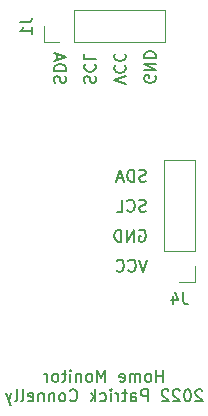
<source format=gbo>
G04 #@! TF.GenerationSoftware,KiCad,Pcbnew,5.1.12-1.fc33*
G04 #@! TF.CreationDate,2022-08-09T09:44:03-04:00*
G04 #@! TF.ProjectId,ha_monitor,68615f6d-6f6e-4697-946f-722e6b696361,rev?*
G04 #@! TF.SameCoordinates,Original*
G04 #@! TF.FileFunction,Legend,Bot*
G04 #@! TF.FilePolarity,Positive*
%FSLAX46Y46*%
G04 Gerber Fmt 4.6, Leading zero omitted, Abs format (unit mm)*
G04 Created by KiCad (PCBNEW 5.1.12-1.fc33) date 2022-08-09 09:44:03*
%MOMM*%
%LPD*%
G01*
G04 APERTURE LIST*
%ADD10C,0.150000*%
%ADD11C,0.120000*%
G04 APERTURE END LIST*
D10*
X67206190Y-70747380D02*
X67206190Y-69747380D01*
X67206190Y-70223571D02*
X66634761Y-70223571D01*
X66634761Y-70747380D02*
X66634761Y-69747380D01*
X66015714Y-70747380D02*
X66110952Y-70699761D01*
X66158571Y-70652142D01*
X66206190Y-70556904D01*
X66206190Y-70271190D01*
X66158571Y-70175952D01*
X66110952Y-70128333D01*
X66015714Y-70080714D01*
X65872857Y-70080714D01*
X65777619Y-70128333D01*
X65730000Y-70175952D01*
X65682380Y-70271190D01*
X65682380Y-70556904D01*
X65730000Y-70652142D01*
X65777619Y-70699761D01*
X65872857Y-70747380D01*
X66015714Y-70747380D01*
X65253809Y-70747380D02*
X65253809Y-70080714D01*
X65253809Y-70175952D02*
X65206190Y-70128333D01*
X65110952Y-70080714D01*
X64968095Y-70080714D01*
X64872857Y-70128333D01*
X64825238Y-70223571D01*
X64825238Y-70747380D01*
X64825238Y-70223571D02*
X64777619Y-70128333D01*
X64682380Y-70080714D01*
X64539523Y-70080714D01*
X64444285Y-70128333D01*
X64396666Y-70223571D01*
X64396666Y-70747380D01*
X63539523Y-70699761D02*
X63634761Y-70747380D01*
X63825238Y-70747380D01*
X63920476Y-70699761D01*
X63968095Y-70604523D01*
X63968095Y-70223571D01*
X63920476Y-70128333D01*
X63825238Y-70080714D01*
X63634761Y-70080714D01*
X63539523Y-70128333D01*
X63491904Y-70223571D01*
X63491904Y-70318809D01*
X63968095Y-70414047D01*
X62301428Y-70747380D02*
X62301428Y-69747380D01*
X61968095Y-70461666D01*
X61634761Y-69747380D01*
X61634761Y-70747380D01*
X61015714Y-70747380D02*
X61110952Y-70699761D01*
X61158571Y-70652142D01*
X61206190Y-70556904D01*
X61206190Y-70271190D01*
X61158571Y-70175952D01*
X61110952Y-70128333D01*
X61015714Y-70080714D01*
X60872857Y-70080714D01*
X60777619Y-70128333D01*
X60730000Y-70175952D01*
X60682380Y-70271190D01*
X60682380Y-70556904D01*
X60730000Y-70652142D01*
X60777619Y-70699761D01*
X60872857Y-70747380D01*
X61015714Y-70747380D01*
X60253809Y-70080714D02*
X60253809Y-70747380D01*
X60253809Y-70175952D02*
X60206190Y-70128333D01*
X60110952Y-70080714D01*
X59968095Y-70080714D01*
X59872857Y-70128333D01*
X59825238Y-70223571D01*
X59825238Y-70747380D01*
X59349047Y-70747380D02*
X59349047Y-70080714D01*
X59349047Y-69747380D02*
X59396666Y-69795000D01*
X59349047Y-69842619D01*
X59301428Y-69795000D01*
X59349047Y-69747380D01*
X59349047Y-69842619D01*
X59015714Y-70080714D02*
X58634761Y-70080714D01*
X58872857Y-69747380D02*
X58872857Y-70604523D01*
X58825238Y-70699761D01*
X58730000Y-70747380D01*
X58634761Y-70747380D01*
X58158571Y-70747380D02*
X58253809Y-70699761D01*
X58301428Y-70652142D01*
X58349047Y-70556904D01*
X58349047Y-70271190D01*
X58301428Y-70175952D01*
X58253809Y-70128333D01*
X58158571Y-70080714D01*
X58015714Y-70080714D01*
X57920476Y-70128333D01*
X57872857Y-70175952D01*
X57825238Y-70271190D01*
X57825238Y-70556904D01*
X57872857Y-70652142D01*
X57920476Y-70699761D01*
X58015714Y-70747380D01*
X58158571Y-70747380D01*
X57396666Y-70747380D02*
X57396666Y-70080714D01*
X57396666Y-70271190D02*
X57349047Y-70175952D01*
X57301428Y-70128333D01*
X57206190Y-70080714D01*
X57110952Y-70080714D01*
X70515714Y-71492619D02*
X70468095Y-71445000D01*
X70372857Y-71397380D01*
X70134761Y-71397380D01*
X70039523Y-71445000D01*
X69991904Y-71492619D01*
X69944285Y-71587857D01*
X69944285Y-71683095D01*
X69991904Y-71825952D01*
X70563333Y-72397380D01*
X69944285Y-72397380D01*
X69325238Y-71397380D02*
X69230000Y-71397380D01*
X69134761Y-71445000D01*
X69087142Y-71492619D01*
X69039523Y-71587857D01*
X68991904Y-71778333D01*
X68991904Y-72016428D01*
X69039523Y-72206904D01*
X69087142Y-72302142D01*
X69134761Y-72349761D01*
X69230000Y-72397380D01*
X69325238Y-72397380D01*
X69420476Y-72349761D01*
X69468095Y-72302142D01*
X69515714Y-72206904D01*
X69563333Y-72016428D01*
X69563333Y-71778333D01*
X69515714Y-71587857D01*
X69468095Y-71492619D01*
X69420476Y-71445000D01*
X69325238Y-71397380D01*
X68610952Y-71492619D02*
X68563333Y-71445000D01*
X68468095Y-71397380D01*
X68230000Y-71397380D01*
X68134761Y-71445000D01*
X68087142Y-71492619D01*
X68039523Y-71587857D01*
X68039523Y-71683095D01*
X68087142Y-71825952D01*
X68658571Y-72397380D01*
X68039523Y-72397380D01*
X67658571Y-71492619D02*
X67610952Y-71445000D01*
X67515714Y-71397380D01*
X67277619Y-71397380D01*
X67182380Y-71445000D01*
X67134761Y-71492619D01*
X67087142Y-71587857D01*
X67087142Y-71683095D01*
X67134761Y-71825952D01*
X67706190Y-72397380D01*
X67087142Y-72397380D01*
X65896666Y-72397380D02*
X65896666Y-71397380D01*
X65515714Y-71397380D01*
X65420476Y-71445000D01*
X65372857Y-71492619D01*
X65325238Y-71587857D01*
X65325238Y-71730714D01*
X65372857Y-71825952D01*
X65420476Y-71873571D01*
X65515714Y-71921190D01*
X65896666Y-71921190D01*
X64468095Y-72397380D02*
X64468095Y-71873571D01*
X64515714Y-71778333D01*
X64610952Y-71730714D01*
X64801428Y-71730714D01*
X64896666Y-71778333D01*
X64468095Y-72349761D02*
X64563333Y-72397380D01*
X64801428Y-72397380D01*
X64896666Y-72349761D01*
X64944285Y-72254523D01*
X64944285Y-72159285D01*
X64896666Y-72064047D01*
X64801428Y-72016428D01*
X64563333Y-72016428D01*
X64468095Y-71968809D01*
X64134761Y-71730714D02*
X63753809Y-71730714D01*
X63991904Y-71397380D02*
X63991904Y-72254523D01*
X63944285Y-72349761D01*
X63849047Y-72397380D01*
X63753809Y-72397380D01*
X63420476Y-72397380D02*
X63420476Y-71730714D01*
X63420476Y-71921190D02*
X63372857Y-71825952D01*
X63325238Y-71778333D01*
X63230000Y-71730714D01*
X63134761Y-71730714D01*
X62801428Y-72397380D02*
X62801428Y-71730714D01*
X62801428Y-71397380D02*
X62849047Y-71445000D01*
X62801428Y-71492619D01*
X62753809Y-71445000D01*
X62801428Y-71397380D01*
X62801428Y-71492619D01*
X61896666Y-72349761D02*
X61991904Y-72397380D01*
X62182380Y-72397380D01*
X62277619Y-72349761D01*
X62325238Y-72302142D01*
X62372857Y-72206904D01*
X62372857Y-71921190D01*
X62325238Y-71825952D01*
X62277619Y-71778333D01*
X62182380Y-71730714D01*
X61991904Y-71730714D01*
X61896666Y-71778333D01*
X61468095Y-72397380D02*
X61468095Y-71397380D01*
X61372857Y-72016428D02*
X61087142Y-72397380D01*
X61087142Y-71730714D02*
X61468095Y-72111666D01*
X59325238Y-72302142D02*
X59372857Y-72349761D01*
X59515714Y-72397380D01*
X59610952Y-72397380D01*
X59753809Y-72349761D01*
X59849047Y-72254523D01*
X59896666Y-72159285D01*
X59944285Y-71968809D01*
X59944285Y-71825952D01*
X59896666Y-71635476D01*
X59849047Y-71540238D01*
X59753809Y-71445000D01*
X59610952Y-71397380D01*
X59515714Y-71397380D01*
X59372857Y-71445000D01*
X59325238Y-71492619D01*
X58753809Y-72397380D02*
X58849047Y-72349761D01*
X58896666Y-72302142D01*
X58944285Y-72206904D01*
X58944285Y-71921190D01*
X58896666Y-71825952D01*
X58849047Y-71778333D01*
X58753809Y-71730714D01*
X58610952Y-71730714D01*
X58515714Y-71778333D01*
X58468095Y-71825952D01*
X58420476Y-71921190D01*
X58420476Y-72206904D01*
X58468095Y-72302142D01*
X58515714Y-72349761D01*
X58610952Y-72397380D01*
X58753809Y-72397380D01*
X57991904Y-71730714D02*
X57991904Y-72397380D01*
X57991904Y-71825952D02*
X57944285Y-71778333D01*
X57849047Y-71730714D01*
X57706190Y-71730714D01*
X57610952Y-71778333D01*
X57563333Y-71873571D01*
X57563333Y-72397380D01*
X57087142Y-71730714D02*
X57087142Y-72397380D01*
X57087142Y-71825952D02*
X57039523Y-71778333D01*
X56944285Y-71730714D01*
X56801428Y-71730714D01*
X56706190Y-71778333D01*
X56658571Y-71873571D01*
X56658571Y-72397380D01*
X55801428Y-72349761D02*
X55896666Y-72397380D01*
X56087142Y-72397380D01*
X56182380Y-72349761D01*
X56230000Y-72254523D01*
X56230000Y-71873571D01*
X56182380Y-71778333D01*
X56087142Y-71730714D01*
X55896666Y-71730714D01*
X55801428Y-71778333D01*
X55753809Y-71873571D01*
X55753809Y-71968809D01*
X56230000Y-72064047D01*
X55182380Y-72397380D02*
X55277619Y-72349761D01*
X55325238Y-72254523D01*
X55325238Y-71397380D01*
X54658571Y-72397380D02*
X54753809Y-72349761D01*
X54801428Y-72254523D01*
X54801428Y-71397380D01*
X54372857Y-71730714D02*
X54134761Y-72397380D01*
X53896666Y-71730714D02*
X54134761Y-72397380D01*
X54230000Y-72635476D01*
X54277619Y-72683095D01*
X54372857Y-72730714D01*
X65847261Y-60412380D02*
X65513928Y-61412380D01*
X65180595Y-60412380D01*
X64275833Y-61317142D02*
X64323452Y-61364761D01*
X64466309Y-61412380D01*
X64561547Y-61412380D01*
X64704404Y-61364761D01*
X64799642Y-61269523D01*
X64847261Y-61174285D01*
X64894880Y-60983809D01*
X64894880Y-60840952D01*
X64847261Y-60650476D01*
X64799642Y-60555238D01*
X64704404Y-60460000D01*
X64561547Y-60412380D01*
X64466309Y-60412380D01*
X64323452Y-60460000D01*
X64275833Y-60507619D01*
X63275833Y-61317142D02*
X63323452Y-61364761D01*
X63466309Y-61412380D01*
X63561547Y-61412380D01*
X63704404Y-61364761D01*
X63799642Y-61269523D01*
X63847261Y-61174285D01*
X63894880Y-60983809D01*
X63894880Y-60840952D01*
X63847261Y-60650476D01*
X63799642Y-60555238D01*
X63704404Y-60460000D01*
X63561547Y-60412380D01*
X63466309Y-60412380D01*
X63323452Y-60460000D01*
X63275833Y-60507619D01*
X65180595Y-57920000D02*
X65275833Y-57872380D01*
X65418690Y-57872380D01*
X65561547Y-57920000D01*
X65656785Y-58015238D01*
X65704404Y-58110476D01*
X65752023Y-58300952D01*
X65752023Y-58443809D01*
X65704404Y-58634285D01*
X65656785Y-58729523D01*
X65561547Y-58824761D01*
X65418690Y-58872380D01*
X65323452Y-58872380D01*
X65180595Y-58824761D01*
X65132976Y-58777142D01*
X65132976Y-58443809D01*
X65323452Y-58443809D01*
X64704404Y-58872380D02*
X64704404Y-57872380D01*
X64132976Y-58872380D01*
X64132976Y-57872380D01*
X63656785Y-58872380D02*
X63656785Y-57872380D01*
X63418690Y-57872380D01*
X63275833Y-57920000D01*
X63180595Y-58015238D01*
X63132976Y-58110476D01*
X63085357Y-58300952D01*
X63085357Y-58443809D01*
X63132976Y-58634285D01*
X63180595Y-58729523D01*
X63275833Y-58824761D01*
X63418690Y-58872380D01*
X63656785Y-58872380D01*
X65752023Y-56284761D02*
X65609166Y-56332380D01*
X65371071Y-56332380D01*
X65275833Y-56284761D01*
X65228214Y-56237142D01*
X65180595Y-56141904D01*
X65180595Y-56046666D01*
X65228214Y-55951428D01*
X65275833Y-55903809D01*
X65371071Y-55856190D01*
X65561547Y-55808571D01*
X65656785Y-55760952D01*
X65704404Y-55713333D01*
X65752023Y-55618095D01*
X65752023Y-55522857D01*
X65704404Y-55427619D01*
X65656785Y-55380000D01*
X65561547Y-55332380D01*
X65323452Y-55332380D01*
X65180595Y-55380000D01*
X64180595Y-56237142D02*
X64228214Y-56284761D01*
X64371071Y-56332380D01*
X64466309Y-56332380D01*
X64609166Y-56284761D01*
X64704404Y-56189523D01*
X64752023Y-56094285D01*
X64799642Y-55903809D01*
X64799642Y-55760952D01*
X64752023Y-55570476D01*
X64704404Y-55475238D01*
X64609166Y-55380000D01*
X64466309Y-55332380D01*
X64371071Y-55332380D01*
X64228214Y-55380000D01*
X64180595Y-55427619D01*
X63275833Y-56332380D02*
X63752023Y-56332380D01*
X63752023Y-55332380D01*
X65752023Y-53744761D02*
X65609166Y-53792380D01*
X65371071Y-53792380D01*
X65275833Y-53744761D01*
X65228214Y-53697142D01*
X65180595Y-53601904D01*
X65180595Y-53506666D01*
X65228214Y-53411428D01*
X65275833Y-53363809D01*
X65371071Y-53316190D01*
X65561547Y-53268571D01*
X65656785Y-53220952D01*
X65704404Y-53173333D01*
X65752023Y-53078095D01*
X65752023Y-52982857D01*
X65704404Y-52887619D01*
X65656785Y-52840000D01*
X65561547Y-52792380D01*
X65323452Y-52792380D01*
X65180595Y-52840000D01*
X64752023Y-53792380D02*
X64752023Y-52792380D01*
X64513928Y-52792380D01*
X64371071Y-52840000D01*
X64275833Y-52935238D01*
X64228214Y-53030476D01*
X64180595Y-53220952D01*
X64180595Y-53363809D01*
X64228214Y-53554285D01*
X64275833Y-53649523D01*
X64371071Y-53744761D01*
X64513928Y-53792380D01*
X64752023Y-53792380D01*
X63799642Y-53506666D02*
X63323452Y-53506666D01*
X63894880Y-53792380D02*
X63561547Y-52792380D01*
X63228214Y-53792380D01*
X66540000Y-44860595D02*
X66587619Y-44955833D01*
X66587619Y-45098690D01*
X66540000Y-45241547D01*
X66444761Y-45336785D01*
X66349523Y-45384404D01*
X66159047Y-45432023D01*
X66016190Y-45432023D01*
X65825714Y-45384404D01*
X65730476Y-45336785D01*
X65635238Y-45241547D01*
X65587619Y-45098690D01*
X65587619Y-45003452D01*
X65635238Y-44860595D01*
X65682857Y-44812976D01*
X66016190Y-44812976D01*
X66016190Y-45003452D01*
X65587619Y-44384404D02*
X66587619Y-44384404D01*
X65587619Y-43812976D01*
X66587619Y-43812976D01*
X65587619Y-43336785D02*
X66587619Y-43336785D01*
X66587619Y-43098690D01*
X66540000Y-42955833D01*
X66444761Y-42860595D01*
X66349523Y-42812976D01*
X66159047Y-42765357D01*
X66016190Y-42765357D01*
X65825714Y-42812976D01*
X65730476Y-42860595D01*
X65635238Y-42955833D01*
X65587619Y-43098690D01*
X65587619Y-43336785D01*
X64047619Y-45527261D02*
X63047619Y-45193928D01*
X64047619Y-44860595D01*
X63142857Y-43955833D02*
X63095238Y-44003452D01*
X63047619Y-44146309D01*
X63047619Y-44241547D01*
X63095238Y-44384404D01*
X63190476Y-44479642D01*
X63285714Y-44527261D01*
X63476190Y-44574880D01*
X63619047Y-44574880D01*
X63809523Y-44527261D01*
X63904761Y-44479642D01*
X64000000Y-44384404D01*
X64047619Y-44241547D01*
X64047619Y-44146309D01*
X64000000Y-44003452D01*
X63952380Y-43955833D01*
X63142857Y-42955833D02*
X63095238Y-43003452D01*
X63047619Y-43146309D01*
X63047619Y-43241547D01*
X63095238Y-43384404D01*
X63190476Y-43479642D01*
X63285714Y-43527261D01*
X63476190Y-43574880D01*
X63619047Y-43574880D01*
X63809523Y-43527261D01*
X63904761Y-43479642D01*
X64000000Y-43384404D01*
X64047619Y-43241547D01*
X64047619Y-43146309D01*
X64000000Y-43003452D01*
X63952380Y-42955833D01*
X60555238Y-45432023D02*
X60507619Y-45289166D01*
X60507619Y-45051071D01*
X60555238Y-44955833D01*
X60602857Y-44908214D01*
X60698095Y-44860595D01*
X60793333Y-44860595D01*
X60888571Y-44908214D01*
X60936190Y-44955833D01*
X60983809Y-45051071D01*
X61031428Y-45241547D01*
X61079047Y-45336785D01*
X61126666Y-45384404D01*
X61221904Y-45432023D01*
X61317142Y-45432023D01*
X61412380Y-45384404D01*
X61460000Y-45336785D01*
X61507619Y-45241547D01*
X61507619Y-45003452D01*
X61460000Y-44860595D01*
X60602857Y-43860595D02*
X60555238Y-43908214D01*
X60507619Y-44051071D01*
X60507619Y-44146309D01*
X60555238Y-44289166D01*
X60650476Y-44384404D01*
X60745714Y-44432023D01*
X60936190Y-44479642D01*
X61079047Y-44479642D01*
X61269523Y-44432023D01*
X61364761Y-44384404D01*
X61460000Y-44289166D01*
X61507619Y-44146309D01*
X61507619Y-44051071D01*
X61460000Y-43908214D01*
X61412380Y-43860595D01*
X60507619Y-42955833D02*
X60507619Y-43432023D01*
X61507619Y-43432023D01*
X58015238Y-45432023D02*
X57967619Y-45289166D01*
X57967619Y-45051071D01*
X58015238Y-44955833D01*
X58062857Y-44908214D01*
X58158095Y-44860595D01*
X58253333Y-44860595D01*
X58348571Y-44908214D01*
X58396190Y-44955833D01*
X58443809Y-45051071D01*
X58491428Y-45241547D01*
X58539047Y-45336785D01*
X58586666Y-45384404D01*
X58681904Y-45432023D01*
X58777142Y-45432023D01*
X58872380Y-45384404D01*
X58920000Y-45336785D01*
X58967619Y-45241547D01*
X58967619Y-45003452D01*
X58920000Y-44860595D01*
X57967619Y-44432023D02*
X58967619Y-44432023D01*
X58967619Y-44193928D01*
X58920000Y-44051071D01*
X58824761Y-43955833D01*
X58729523Y-43908214D01*
X58539047Y-43860595D01*
X58396190Y-43860595D01*
X58205714Y-43908214D01*
X58110476Y-43955833D01*
X58015238Y-44051071D01*
X57967619Y-44193928D01*
X57967619Y-44432023D01*
X58253333Y-43479642D02*
X58253333Y-43003452D01*
X57967619Y-43574880D02*
X58967619Y-43241547D01*
X57967619Y-42908214D01*
D11*
X67250000Y-59690000D02*
X69910000Y-59690000D01*
X67250000Y-59690000D02*
X67250000Y-52010000D01*
X67250000Y-52010000D02*
X69910000Y-52010000D01*
X69910000Y-59690000D02*
X69910000Y-52010000D01*
X69910000Y-62290000D02*
X69910000Y-60960000D01*
X68580000Y-62290000D02*
X69910000Y-62290000D01*
X57090000Y-40640000D02*
X57090000Y-41970000D01*
X57090000Y-41970000D02*
X58420000Y-41970000D01*
X59690000Y-41970000D02*
X67370000Y-41970000D01*
X67370000Y-39310000D02*
X67370000Y-41970000D01*
X59690000Y-39310000D02*
X67370000Y-39310000D01*
X59690000Y-39310000D02*
X59690000Y-41970000D01*
D10*
X68913333Y-63182380D02*
X68913333Y-63896666D01*
X68960952Y-64039523D01*
X69056190Y-64134761D01*
X69199047Y-64182380D01*
X69294285Y-64182380D01*
X68008571Y-63515714D02*
X68008571Y-64182380D01*
X68246666Y-63134761D02*
X68484761Y-63849047D01*
X67865714Y-63849047D01*
X55102380Y-40306666D02*
X55816666Y-40306666D01*
X55959523Y-40259047D01*
X56054761Y-40163809D01*
X56102380Y-40020952D01*
X56102380Y-39925714D01*
X56102380Y-41306666D02*
X56102380Y-40735238D01*
X56102380Y-41020952D02*
X55102380Y-41020952D01*
X55245238Y-40925714D01*
X55340476Y-40830476D01*
X55388095Y-40735238D01*
M02*

</source>
